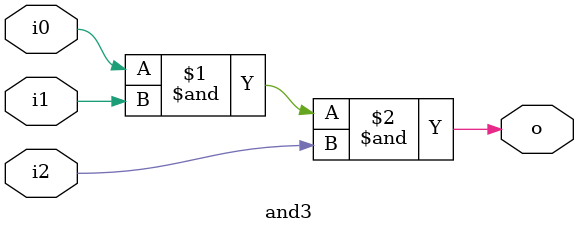
<source format=v>
/* 
 *--------------------------------------------------------------
 * This module converts a counter value N into a reset value
 * for an 8-bit LFSR.  The count is initialized by "reset" high
 * or "start" transition high.  When the count is valid, it is
 * latched into "dp" and the signal "done" is raised to indicate
 * a valid new value of "dp".
 *--------------------------------------------------------------
 */

module and3(i0, i1, i2, o);

input         i0;
input         i1;
input         i2;
output  	  o;

and x1(o, i0, i1, i2);

endmodule
</source>
